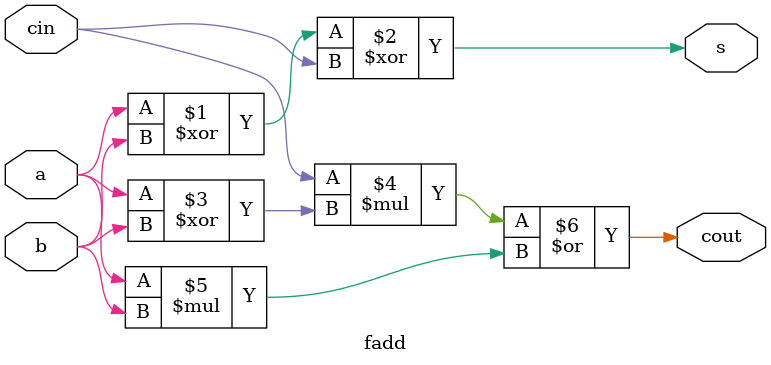
<source format=v>
`timescale 1ns / 1ps


module fadd(
input a,b,cin,
output s,cout
    );
    assign s = (a^b)^cin;
    assign cout = cin*(a^b)|(a*b);
endmodule

</source>
